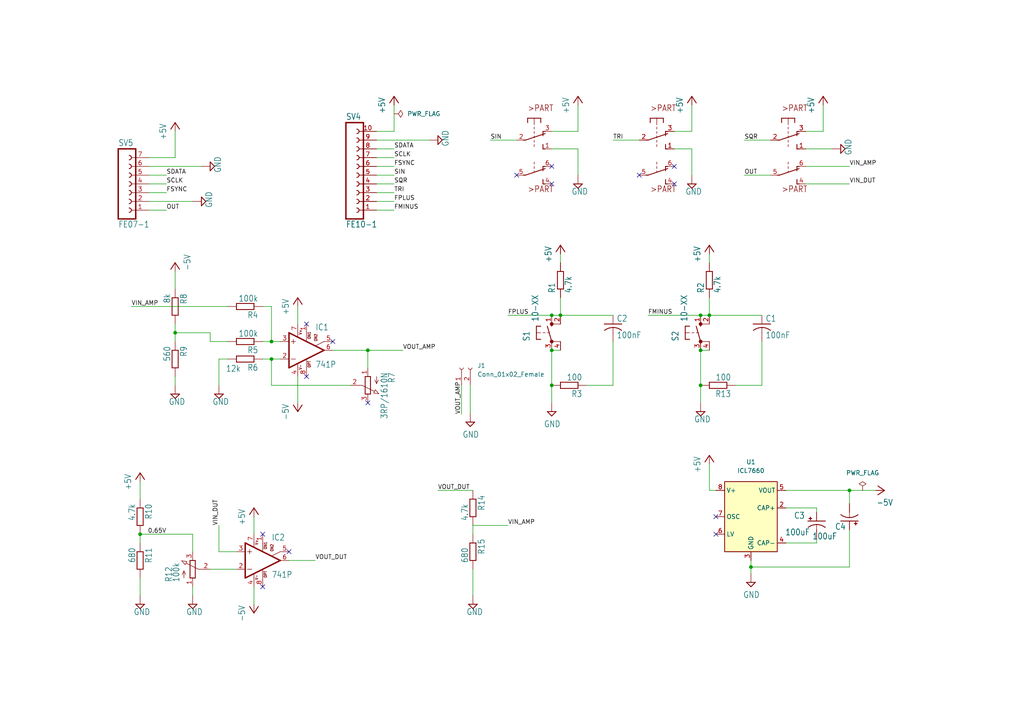
<source format=kicad_sch>
(kicad_sch (version 20211123) (generator eeschema)
  (paper "A4")
  (lib_symbols
    (symbol "Connector:Conn_01x02_Female" (pin_names (offset 1.016) hide)
      (property "Reference" "J" (at 0 2.54 0))
      (property "Value" "Conn_01x02_Female" (at 0 -5.08 0))
      (symbol "Conn_01x02_Female_1_1"
        (arc (start 0 -2.032) (mid -0.508 -2.54) (end 0 -3.048) (stroke (width 0.1524)))
        (polyline (pts (xy -1.27 -2.54) (xy -0.508 -2.54)) (stroke (width 0.1524)))
        (polyline (pts (xy -1.27 0) (xy -0.508 0)) (stroke (width 0.1524)))
        (arc (start 0 0.508) (mid -0.508 0) (end 0 -0.508) (stroke (width 0.1524)))
        (pin passive line (at -5.08 0 0) (length 3.81) (name "Pin_1") (number "1"))
        (pin passive line (at -5.08 -2.54 0) (length 3.81) (name "Pin_2") (number "2"))
      )
    )
    (symbol "FunctionGenerator-eagle-import:+5V" (power)
      (property "Value" "+5V" (at -2.54 -5.08 90))
      (symbol "+5V_1_0"
        (polyline (pts (xy 0 0) (xy -1.27 -1.905)) (stroke (width 0.254)))
        (polyline (pts (xy 1.27 -1.905) (xy 0 0)) (stroke (width 0.254)))
        (pin power_in line (at 0 -2.54 90) (length 2.54) (name "+5V") (number "1"))
      )
    )
    (symbol "FunctionGenerator-eagle-import:-5V" (power)
      (property "Value" "-5V" (at -2.54 -2.54 90))
      (symbol "-5V_1_0"
        (polyline (pts (xy -1.27 1.905) (xy 0 0)) (stroke (width 0.254)))
        (polyline (pts (xy 0 0) (xy 1.27 1.905)) (stroke (width 0.254)))
        (pin power_in line (at 0 2.54 270) (length 2.54) (name "-5V") (number "1"))
      )
    )
    (symbol "FunctionGenerator-eagle-import:10-XX"
      (property "Reference" "S" (at -6.35 -2.54 90))
      (property "Value" "10-XX" (at -3.81 3.175 90))
      (symbol "10-XX_1_0"
        (circle (center 0 -2.54) (radius 0.127) (stroke (width 0.4064)))
        (polyline (pts (xy -4.445 -1.905) (xy -3.175 -1.905)) (stroke (width 0.254)))
        (polyline (pts (xy -4.445 0) (xy -4.445 -1.905)) (stroke (width 0.254)))
        (polyline (pts (xy -4.445 0) (xy -3.175 0)) (stroke (width 0.1524)))
        (polyline (pts (xy -4.445 1.905) (xy -4.445 0)) (stroke (width 0.254)))
        (polyline (pts (xy -4.445 1.905) (xy -3.175 1.905)) (stroke (width 0.254)))
        (polyline (pts (xy -2.54 0) (xy -1.905 0)) (stroke (width 0.1524)))
        (polyline (pts (xy -1.27 0) (xy -0.635 0)) (stroke (width 0.1524)))
        (polyline (pts (xy 0 -2.54) (xy -1.27 1.905)) (stroke (width 0.254)))
        (polyline (pts (xy 0 1.905) (xy 0 2.54)) (stroke (width 0.254)))
        (polyline (pts (xy 2.54 -2.54) (xy 0 -2.54)) (stroke (width 0.1524)))
        (polyline (pts (xy 2.54 2.54) (xy 0 2.54)) (stroke (width 0.1524)))
        (circle (center 0 2.54) (radius 0.127) (stroke (width 0.4064)))
        (pin passive line (at 0 5.08 270) (length 2.54) (name "S") (number "1"))
        (pin passive line (at 2.54 5.08 270) (length 2.54) (name "S1") (number "2"))
        (pin passive line (at 0 -5.08 90) (length 2.54) (name "P") (number "3"))
        (pin passive line (at 2.54 -5.08 90) (length 2.54) (name "P1") (number "4"))
      )
    )
    (symbol "FunctionGenerator-eagle-import:3RP{slash}1610N"
      (property "Reference" "R" (at -5.969 -3.81 90))
      (property "Value" "3RP{slash}1610N" (at -3.81 -3.81 90))
      (symbol "3RP{slash}1610N_1_0"
        (polyline (pts (xy -3.1989 2.4495) (xy -1.7018 2.2352)) (stroke (width 0.1524)))
        (polyline (pts (xy -2.54 -2.54) (xy -2.54 -0.508)) (stroke (width 0.1524)))
        (polyline (pts (xy -2.54 -0.508) (xy -3.048 -1.524)) (stroke (width 0.1524)))
        (polyline (pts (xy -2.54 -0.508) (xy -2.032 -1.524)) (stroke (width 0.1524)))
        (polyline (pts (xy -2.1597 1.2939) (xy -3.1989 2.4495)) (stroke (width 0.1524)))
        (polyline (pts (xy -2.1597 1.2939) (xy -1.7018 2.2352)) (stroke (width 0.1524)))
        (polyline (pts (xy -0.762 -2.54) (xy 0.762 -2.54)) (stroke (width 0.254)))
        (polyline (pts (xy -0.762 2.54) (xy -0.762 -2.54)) (stroke (width 0.254)))
        (polyline (pts (xy 0.762 -2.54) (xy 0.762 2.54)) (stroke (width 0.254)))
        (polyline (pts (xy 0.762 2.54) (xy -0.762 2.54)) (stroke (width 0.254)))
        (polyline (pts (xy 1.651 0) (xy -1.8796 1.7526)) (stroke (width 0.1524)))
        (polyline (pts (xy 2.54 0) (xy 1.651 0)) (stroke (width 0.1524)))
        (pin passive line (at 0 -5.08 90) (length 2.54) (name "A") (number "1"))
        (pin passive line (at 5.08 0 180) (length 2.54) (name "S") (number "2"))
        (pin passive line (at 0 5.08 270) (length 2.54) (name "E") (number "3"))
      )
    )
    (symbol "FunctionGenerator-eagle-import:741P"
      (property "Reference" "IC" (at 2.54 5.715 0))
      (property "Value" "741P" (at 2.54 -5.08 0))
      (symbol "741P_1_0"
        (polyline (pts (xy -5.08 -5.08) (xy 5.08 0)) (stroke (width 0.4064)))
        (polyline (pts (xy -5.08 5.08) (xy -5.08 -5.08)) (stroke (width 0.4064)))
        (polyline (pts (xy -4.445 -2.54) (xy -3.175 -2.54)) (stroke (width 0.1524)))
        (polyline (pts (xy -4.445 2.54) (xy -3.175 2.54)) (stroke (width 0.1524)))
        (polyline (pts (xy -3.81 3.175) (xy -3.81 1.905)) (stroke (width 0.1524)))
        (polyline (pts (xy -2.54 -3.9116) (xy -2.54 -5.08)) (stroke (width 0.1524)))
        (polyline (pts (xy -2.54 5.08) (xy -2.54 3.8862)) (stroke (width 0.1524)))
        (polyline (pts (xy 0 -2.6162) (xy 0 -5.08)) (stroke (width 0.1524)))
        (polyline (pts (xy 0 5.0546) (xy 0 2.6162)) (stroke (width 0.1524)))
        (polyline (pts (xy 5.08 0) (xy -5.08 5.08)) (stroke (width 0.4064)))
        (polyline (pts (xy 5.08 2.54) (xy 2.6162 1.3208)) (stroke (width 0.1524)))
        (text "ON1" (at 1.27 3.175 900) (effects (font (size 0.8128 0.6908)) (justify left bottom)))
        (text "ON2" (at 3.175 2.54 900) (effects (font (size 0.8128 0.6908)) (justify left bottom)))
        (text "OPT" (at 1.27 -5.08 900) (effects (font (size 0.8128 0.6908)) (justify left bottom)))
        (text "V+" (at -1.27 4.445 900) (effects (font (size 0.8128 0.6908)) (justify left bottom)))
        (text "V-" (at -1.27 -5.715 900) (effects (font (size 0.8128 0.6908)) (justify left bottom)))
        (pin passive line (at 0 7.62 270) (length 2.54) (name "ON1") (number "1"))
        (pin input line (at -7.62 -2.54 0) (length 2.54) (name "-IN") (number "2"))
        (pin input line (at -7.62 2.54 0) (length 2.54) (name "+IN") (number "3"))
        (pin power_in line (at -2.54 -7.62 90) (length 2.54) (name "V-") (number "4"))
        (pin passive line (at 7.62 2.54 180) (length 2.54) (name "ON2") (number "5"))
        (pin output line (at 7.62 0 180) (length 2.54) (name "OUT") (number "6"))
        (pin power_in line (at -2.54 7.62 270) (length 2.54) (name "V+") (number "7"))
        (pin passive line (at 0 -7.62 90) (length 2.54) (name "OPT") (number "8"))
      )
    )
    (symbol "FunctionGenerator-eagle-import:C-US025-025X050"
      (property "Reference" "C" (at 1.016 0.635 0))
      (property "Value" "C-US025-025X050" (at 1.016 -4.191 0))
      (symbol "C-US025-025X050_1_0"
        (arc (start 0 -1.0161) (mid -1.302 -1.2303) (end -2.4668 -1.8504) (stroke (width 0.254)))
        (polyline (pts (xy -2.54 0) (xy 2.54 0)) (stroke (width 0.254)))
        (polyline (pts (xy 0 -1.016) (xy 0 -2.54)) (stroke (width 0.1524)))
        (arc (start 2.4892 -1.8542) (mid 1.3158 -1.2195) (end 0 -1) (stroke (width 0.254)))
        (pin passive line (at 0 2.54 270) (length 2.54) (name "1") (number "1"))
        (pin passive line (at 0 -5.08 90) (length 2.54) (name "2") (number "2"))
      )
    )
    (symbol "FunctionGenerator-eagle-import:CPOL-USE2.5-6"
      (property "Reference" "C" (at 1.016 0.635 0))
      (property "Value" "CPOL-USE2.5-6" (at 1.016 -4.191 0))
      (symbol "CPOL-USE2.5-6_1_0"
        (rectangle (start -2.253 0.668) (end -1.364 0.795) (fill (type outline)))
        (rectangle (start -1.872 0.287) (end -1.745 1.176) (fill (type outline)))
        (arc (start 0 -1.0161) (mid -1.3021 -1.2302) (end -2.4669 -1.8504) (stroke (width 0.254)))
        (polyline (pts (xy -2.54 0) (xy 2.54 0)) (stroke (width 0.254)))
        (polyline (pts (xy 0 -1.016) (xy 0 -2.54)) (stroke (width 0.1524)))
        (arc (start 2.4892 -1.8542) (mid 1.3158 -1.2195) (end 0 -1) (stroke (width 0.254)))
        (pin passive line (at 0 2.54 270) (length 2.54) (name "+") (number "+"))
        (pin passive line (at 0 -5.08 90) (length 2.54) (name "-") (number "-"))
      )
    )
    (symbol "FunctionGenerator-eagle-import:FE07-1"
      (property "Reference" "SV" (at -1.27 10.922 0))
      (property "Value" "FE07-1" (at -1.27 -12.7 0))
      (symbol "FE07-1_1_0"
        (polyline (pts (xy -1.27 10.16) (xy -1.27 -10.16)) (stroke (width 0.4064)))
        (polyline (pts (xy -1.27 10.16) (xy 3.81 10.16)) (stroke (width 0.4064)))
        (polyline (pts (xy 3.81 -10.16) (xy -1.27 -10.16)) (stroke (width 0.4064)))
        (polyline (pts (xy 3.81 -10.16) (xy 3.81 10.16)) (stroke (width 0.4064)))
        (arc (start 1.905 -8.255) (mid 2.54 -7.62) (end 1.905 -6.985) (stroke (width 0.254)))
        (arc (start 1.905 -5.715) (mid 2.54 -5.08) (end 1.905 -4.445) (stroke (width 0.254)))
        (arc (start 1.905 -3.175) (mid 2.54 -2.54) (end 1.905 -1.905) (stroke (width 0.254)))
        (arc (start 1.905 -0.635) (mid 2.54 0) (end 1.905 0.635) (stroke (width 0.254)))
        (arc (start 1.905 1.905) (mid 2.54 2.54) (end 1.905 3.175) (stroke (width 0.254)))
        (arc (start 1.905 4.445) (mid 2.54 5.08) (end 1.905 5.715) (stroke (width 0.254)))
        (arc (start 1.905 6.985) (mid 2.54 7.62) (end 1.905 8.255) (stroke (width 0.254)))
        (pin passive line (at 7.62 -7.62 180) (length 5.08) (name "1") (number "1"))
        (pin passive line (at 7.62 -5.08 180) (length 5.08) (name "2") (number "2"))
        (pin passive line (at 7.62 -2.54 180) (length 5.08) (name "3") (number "3"))
        (pin passive line (at 7.62 0 180) (length 5.08) (name "4") (number "4"))
        (pin passive line (at 7.62 2.54 180) (length 5.08) (name "5") (number "5"))
        (pin passive line (at 7.62 5.08 180) (length 5.08) (name "6") (number "6"))
        (pin passive line (at 7.62 7.62 180) (length 5.08) (name "7") (number "7"))
      )
    )
    (symbol "FunctionGenerator-eagle-import:FE10-1"
      (property "Reference" "SV" (at -1.27 16.002 0))
      (property "Value" "FE10-1" (at -1.27 -15.24 0))
      (symbol "FE10-1_1_0"
        (polyline (pts (xy -1.27 15.24) (xy -1.27 -12.7)) (stroke (width 0.4064)))
        (polyline (pts (xy -1.27 15.24) (xy 3.81 15.24)) (stroke (width 0.4064)))
        (polyline (pts (xy 3.81 -12.7) (xy -1.27 -12.7)) (stroke (width 0.4064)))
        (polyline (pts (xy 3.81 -12.7) (xy 3.81 15.24)) (stroke (width 0.4064)))
        (arc (start 1.905 -10.795) (mid 2.54 -10.16) (end 1.905 -9.525) (stroke (width 0.254)))
        (arc (start 1.905 -8.255) (mid 2.54 -7.62) (end 1.905 -6.985) (stroke (width 0.254)))
        (arc (start 1.905 -5.715) (mid 2.54 -5.08) (end 1.905 -4.445) (stroke (width 0.254)))
        (arc (start 1.905 -3.175) (mid 2.54 -2.54) (end 1.905 -1.905) (stroke (width 0.254)))
        (arc (start 1.905 -0.635) (mid 2.54 0) (end 1.905 0.635) (stroke (width 0.254)))
        (arc (start 1.905 1.905) (mid 2.54 2.54) (end 1.905 3.175) (stroke (width 0.254)))
        (arc (start 1.905 4.445) (mid 2.54 5.08) (end 1.905 5.715) (stroke (width 0.254)))
        (arc (start 1.905 6.985) (mid 2.54 7.62) (end 1.905 8.255) (stroke (width 0.254)))
        (arc (start 1.905 9.525) (mid 2.54 10.16) (end 1.905 10.795) (stroke (width 0.254)))
        (arc (start 1.905 12.065) (mid 2.54 12.7) (end 1.905 13.335) (stroke (width 0.254)))
        (pin passive line (at 7.62 -10.16 180) (length 5.08) (name "1") (number "1"))
        (pin passive line (at 7.62 12.7 180) (length 5.08) (name "10") (number "10"))
        (pin passive line (at 7.62 -7.62 180) (length 5.08) (name "2") (number "2"))
        (pin passive line (at 7.62 -5.08 180) (length 5.08) (name "3") (number "3"))
        (pin passive line (at 7.62 -2.54 180) (length 5.08) (name "4") (number "4"))
        (pin passive line (at 7.62 0 180) (length 5.08) (name "5") (number "5"))
        (pin passive line (at 7.62 2.54 180) (length 5.08) (name "6") (number "6"))
        (pin passive line (at 7.62 5.08 180) (length 5.08) (name "7") (number "7"))
        (pin passive line (at 7.62 7.62 180) (length 5.08) (name "8") (number "8"))
        (pin passive line (at 7.62 10.16 180) (length 5.08) (name "9") (number "9"))
      )
    )
    (symbol "FunctionGenerator-eagle-import:GND" (power)
      (property "Value" "GND" (at -1.905 -3.175 0))
      (symbol "GND_1_0"
        (polyline (pts (xy -1.27 0) (xy 1.27 0)) (stroke (width 0.254)))
        (polyline (pts (xy 0 -1.27) (xy -1.27 0)) (stroke (width 0.254)))
        (polyline (pts (xy 1.27 0) (xy 0 -1.27)) (stroke (width 0.254)))
        (pin power_in line (at 0 2.54 270) (length 2.54) (name "GND") (number "1"))
      )
    )
    (symbol "FunctionGenerator-eagle-import:PVA2"
      (symbol "PVA2_1_0"
        (polyline (pts (xy -6.35 -1.905) (xy -5.08 -1.905)) (stroke (width 0.254)))
        (polyline (pts (xy -6.35 0) (xy -6.35 -1.905)) (stroke (width 0.254)))
        (polyline (pts (xy -6.35 0) (xy -4.445 0)) (stroke (width 0.1524)))
        (polyline (pts (xy -6.35 1.905) (xy -6.35 0)) (stroke (width 0.254)))
        (polyline (pts (xy -6.35 1.905) (xy -5.08 1.905)) (stroke (width 0.254)))
        (polyline (pts (xy -3.175 0) (xy -3.81 0)) (stroke (width 0.1524)))
        (polyline (pts (xy -2.54 2.54) (xy -2.54 3.175)) (stroke (width 0.254)))
        (polyline (pts (xy -2.54 2.54) (xy -1.27 2.54)) (stroke (width 0.254)))
        (polyline (pts (xy -1.905 0) (xy -2.54 0)) (stroke (width 0.1524)))
        (polyline (pts (xy -0.635 0) (xy -1.27 0)) (stroke (width 0.1524)))
        (polyline (pts (xy 0 -3.175) (xy 0 -2.54)) (stroke (width 0.254)))
        (polyline (pts (xy 0 -2.54) (xy -1.905 3.175)) (stroke (width 0.254)))
        (polyline (pts (xy 0.635 0) (xy 0 0)) (stroke (width 0.1524)))
        (polyline (pts (xy 1.27 2.54) (xy 2.54 2.54)) (stroke (width 0.254)))
        (polyline (pts (xy 1.905 0) (xy 1.27 0)) (stroke (width 0.1524)))
        (polyline (pts (xy 2.54 2.54) (xy 2.54 3.175)) (stroke (width 0.254)))
        (text ">PART" (at -8.255 -1.905 900) (effects (font (size 1.778 1.5113)) (justify left bottom)))
        (pin passive line (at 2.54 5.08 270) (length 2.54) (name "S") (number "1"))
        (pin passive line (at 0 -5.08 90) (length 2.54) (name "P") (number "2"))
        (pin passive line (at -2.54 5.08 270) (length 2.54) (name "O") (number "3"))
      )
      (symbol "PVA2_2_0"
        (polyline (pts (xy -3.175 0) (xy -3.81 0)) (stroke (width 0.1524)))
        (polyline (pts (xy -2.54 2.54) (xy -2.54 3.175)) (stroke (width 0.254)))
        (polyline (pts (xy -2.54 2.54) (xy -1.27 2.54)) (stroke (width 0.254)))
        (polyline (pts (xy -1.905 0) (xy -2.54 0)) (stroke (width 0.1524)))
        (polyline (pts (xy -0.889 0) (xy -1.27 0)) (stroke (width 0.1524)))
        (polyline (pts (xy 0 -3.175) (xy 0 -2.54)) (stroke (width 0.254)))
        (polyline (pts (xy 0 -2.54) (xy -1.905 3.175)) (stroke (width 0.254)))
        (polyline (pts (xy 1.27 2.54) (xy 2.54 2.54)) (stroke (width 0.254)))
        (polyline (pts (xy 2.54 2.54) (xy 2.54 3.175)) (stroke (width 0.254)))
        (text ">PART" (at 5.08 -1.905 900) (effects (font (size 1.778 1.5113)) (justify left bottom)))
        (pin passive line (at 2.54 5.08 270) (length 2.54) (name "S") (number "4"))
        (pin passive line (at 0 -5.08 90) (length 2.54) (name "P") (number "5"))
        (pin passive line (at -2.54 5.08 270) (length 2.54) (name "O") (number "6"))
      )
    )
    (symbol "FunctionGenerator-eagle-import:R-EU_0207{slash}10"
      (property "Reference" "R" (at -3.81 1.4986 0))
      (property "Value" "R-EU_0207{slash}10" (at -3.81 -3.302 0))
      (symbol "R-EU_0207{slash}10_1_0"
        (polyline (pts (xy -2.54 -0.889) (xy -2.54 0.889)) (stroke (width 0.254)))
        (polyline (pts (xy -2.54 -0.889) (xy 2.54 -0.889)) (stroke (width 0.254)))
        (polyline (pts (xy 2.54 -0.889) (xy 2.54 0.889)) (stroke (width 0.254)))
        (polyline (pts (xy 2.54 0.889) (xy -2.54 0.889)) (stroke (width 0.254)))
        (pin passive line (at -5.08 0 0) (length 2.54) (name "1") (number "1"))
        (pin passive line (at 5.08 0 180) (length 2.54) (name "2") (number "2"))
      )
    )
    (symbol "Regulator_SwitchedCapacitor:ICL7660"
      (property "Reference" "U" (at -6.35 11.43 0))
      (property "Value" "ICL7660" (at 3.81 11.43 0))
      (symbol "ICL7660_0_1"
        (rectangle (start -7.62 10.16) (end 7.62 -10.16) (stroke (width 0.254)) (fill (type background)))
      )
      (symbol "ICL7660_1_1"
        (pin no_connect line (at -7.62 5.08 0) (length 2.54) hide (name "NC") (number "1"))
        (pin input line (at 10.16 2.54 180) (length 2.54) (name "CAP+") (number "2"))
        (pin power_in line (at 0 -12.7 90) (length 2.54) (name "GND") (number "3"))
        (pin input line (at 10.16 -7.62 180) (length 2.54) (name "CAP-") (number "4"))
        (pin power_out line (at 10.16 7.62 180) (length 2.54) (name "VOUT") (number "5"))
        (pin input line (at -10.16 -5.08 0) (length 2.54) (name "LV") (number "6"))
        (pin input line (at -10.16 0 0) (length 2.54) (name "OSC") (number "7"))
        (pin power_in line (at -10.16 7.62 0) (length 2.54) (name "V+") (number "8"))
      )
    )
    (symbol "power:PWR_FLAG" (power) (pin_numbers hide) (pin_names (offset 0) hide)
      (property "Value" "PWR_FLAG" (at 0 3.81 0))
      (symbol "PWR_FLAG_0_0"
        (pin power_out line (at 0 0 90) (length 0) (name "pwr") (number "1"))
      )
      (symbol "PWR_FLAG_0_1"
        (polyline (pts (xy 0 0) (xy 0 1.27) (xy -1.016 1.905) (xy 0 2.54) (xy 1.016 1.905) (xy 0 1.27)))
      )
    )
  )
  (junction (at 203.2 91.44))
  (junction (at 162.56 91.44))
  (junction (at 160.02 111.76))
  (junction (at 106.68 101.6))
  (junction (at 205.74 91.44))
  (junction (at 160.02 91.44))
  (junction (at 40.64 154.94))
  (junction (at 203.2 111.76))
  (junction (at 50.8 96.52))
  (junction (at 78.74 99.06))
  (junction (at 203.2 101.6))
  (junction (at 217.805 164.465))
  (junction (at 78.74 104.14))
  (junction (at 246.38 142.24))
  (junction (at 160.02 101.6))
  (no_connect (at 160.02 48.26))
  (no_connect (at 160.02 53.34))
  (no_connect (at 149.86 50.8))
  (no_connect (at 185.42 50.8))
  (no_connect (at 195.58 48.26))
  (no_connect (at 195.58 53.34))
  (no_connect (at 88.9 109.22))
  (no_connect (at 96.52 99.06))
  (no_connect (at 88.9 93.98))
  (no_connect (at 106.68 116.84))
  (no_connect (at 76.2 154.94))
  (no_connect (at 76.2 170.18))
  (no_connect (at 83.82 160.02))
  (no_connect (at 207.645 154.94))
  (no_connect (at 207.645 149.86))
  (wire (pts (xy 246.38 153.67) (xy 246.38 164.465)))
  (wire (pts (xy 40.64 167.64) (xy 40.64 172.72)))
  (wire (pts (xy 40.64 139.7) (xy 40.64 144.78)))
  (wire (pts (xy 63.5 111.76) (xy 63.5 104.14)))
  (wire (pts (xy 50.8 93.98) (xy 50.8 96.52)))
  (wire (pts (xy 60.96 165.1) (xy 68.58 165.1)))
  (wire (pts (xy 78.74 111.76) (xy 78.74 104.14)))
  (wire (pts (xy 177.8 40.64) (xy 185.42 40.64)))
  (wire (pts (xy 109.22 58.42) (xy 114.3 58.42)))
  (wire (pts (xy 160.02 38.1) (xy 167.64 38.1)))
  (wire (pts (xy 220.98 111.76) (xy 220.98 99.06)))
  (wire (pts (xy 78.74 99.06) (xy 81.28 99.06)))
  (wire (pts (xy 203.2 116.84) (xy 203.2 111.76)))
  (wire (pts (xy 223.52 40.64) (xy 215.9 40.64)))
  (wire (pts (xy 43.18 55.88) (xy 48.26 55.88)))
  (wire (pts (xy 114.3 30.48) (xy 114.3 38.1)))
  (wire (pts (xy 205.74 142.24) (xy 207.645 142.24)))
  (wire (pts (xy 66.04 99.06) (xy 60.96 99.06)))
  (wire (pts (xy 233.68 38.1) (xy 238.76 38.1)))
  (wire (pts (xy 205.74 73.66) (xy 205.74 76.2)))
  (wire (pts (xy 109.22 48.26) (xy 114.3 48.26)))
  (wire (pts (xy 96.52 101.6) (xy 106.68 101.6)))
  (wire (pts (xy 162.56 91.44) (xy 177.8 91.44)))
  (wire (pts (xy 109.22 50.8) (xy 114.3 50.8)))
  (wire (pts (xy 200.66 43.18) (xy 200.66 50.8)))
  (wire (pts (xy 160.02 91.44) (xy 162.56 91.44)))
  (wire (pts (xy 246.38 146.05) (xy 246.38 142.24)))
  (wire (pts (xy 73.66 149.86) (xy 73.66 154.94)))
  (wire (pts (xy 203.2 101.6) (xy 205.74 101.6)))
  (wire (pts (xy 43.18 60.96) (xy 48.26 60.96)))
  (wire (pts (xy 203.2 101.6) (xy 203.2 111.76)))
  (wire (pts (xy 109.22 40.64) (xy 124.46 40.64)))
  (wire (pts (xy 73.66 170.18) (xy 73.66 175.26)))
  (wire (pts (xy 109.22 53.34) (xy 114.3 53.34)))
  (wire (pts (xy 86.36 109.22) (xy 86.36 116.84)))
  (wire (pts (xy 137.16 152.4) (xy 147.32 152.4)))
  (wire (pts (xy 167.64 30.48) (xy 167.64 38.1)))
  (wire (pts (xy 114.3 38.1) (xy 109.22 38.1)))
  (wire (pts (xy 160.02 116.84) (xy 160.02 111.76)))
  (wire (pts (xy 60.96 96.52) (xy 50.8 96.52)))
  (wire (pts (xy 55.88 170.18) (xy 55.88 172.72)))
  (wire (pts (xy 50.8 109.22) (xy 50.8 111.76)))
  (wire (pts (xy 76.2 88.9) (xy 78.74 88.9)))
  (wire (pts (xy 83.82 162.56) (xy 91.44 162.56)))
  (wire (pts (xy 236.855 147.32) (xy 236.855 148.59)))
  (wire (pts (xy 205.74 134.62) (xy 205.74 142.24)))
  (wire (pts (xy 50.8 38.1) (xy 50.8 45.72)))
  (wire (pts (xy 160.02 91.44) (xy 147.32 91.44)))
  (wire (pts (xy 213.36 111.76) (xy 220.98 111.76)))
  (wire (pts (xy 106.68 101.6) (xy 106.68 106.68)))
  (wire (pts (xy 43.18 48.26) (xy 58.42 48.26)))
  (wire (pts (xy 217.805 164.465) (xy 217.805 162.56)))
  (wire (pts (xy 137.16 154.94) (xy 137.16 152.4)))
  (wire (pts (xy 137.16 142.24) (xy 127 142.24)))
  (wire (pts (xy 78.74 88.9) (xy 78.74 99.06)))
  (wire (pts (xy 177.8 99.06) (xy 177.8 111.76)))
  (wire (pts (xy 177.8 111.76) (xy 170.18 111.76)))
  (wire (pts (xy 220.98 91.44) (xy 205.74 91.44)))
  (wire (pts (xy 238.76 38.1) (xy 238.76 30.48)))
  (wire (pts (xy 40.64 154.94) (xy 40.64 157.48)))
  (wire (pts (xy 76.2 104.14) (xy 78.74 104.14)))
  (wire (pts (xy 162.56 86.36) (xy 162.56 91.44)))
  (wire (pts (xy 149.86 40.64) (xy 142.24 40.64)))
  (wire (pts (xy 63.5 160.02) (xy 63.5 152.4)))
  (wire (pts (xy 227.965 147.32) (xy 236.855 147.32)))
  (wire (pts (xy 55.88 154.94) (xy 40.64 154.94)))
  (wire (pts (xy 78.74 104.14) (xy 81.28 104.14)))
  (wire (pts (xy 162.56 73.66) (xy 162.56 76.2)))
  (wire (pts (xy 233.68 48.26) (xy 246.38 48.26)))
  (wire (pts (xy 43.18 50.8) (xy 48.26 50.8)))
  (wire (pts (xy 66.04 88.9) (xy 38.1 88.9)))
  (wire (pts (xy 137.16 165.1) (xy 137.16 172.72)))
  (wire (pts (xy 205.74 86.36) (xy 205.74 91.44)))
  (wire (pts (xy 109.22 60.96) (xy 114.3 60.96)))
  (wire (pts (xy 63.5 104.14) (xy 66.04 104.14)))
  (wire (pts (xy 254 142.24) (xy 246.38 142.24)))
  (wire (pts (xy 50.8 96.52) (xy 50.8 99.06)))
  (wire (pts (xy 223.52 50.8) (xy 215.9 50.8)))
  (wire (pts (xy 200.66 38.1) (xy 200.66 30.48)))
  (wire (pts (xy 50.8 45.72) (xy 43.18 45.72)))
  (wire (pts (xy 60.96 99.06) (xy 60.96 96.52)))
  (wire (pts (xy 109.22 45.72) (xy 114.3 45.72)))
  (wire (pts (xy 195.58 43.18) (xy 200.66 43.18)))
  (wire (pts (xy 86.36 88.9) (xy 86.36 93.98)))
  (wire (pts (xy 68.58 160.02) (xy 63.5 160.02)))
  (wire (pts (xy 136.398 111.76) (xy 136.398 119.888)))
  (wire (pts (xy 167.64 43.18) (xy 167.64 50.8)))
  (wire (pts (xy 236.855 157.48) (xy 227.965 157.48)))
  (wire (pts (xy 109.22 43.18) (xy 114.3 43.18)))
  (wire (pts (xy 50.8 78.74) (xy 50.8 83.82)))
  (wire (pts (xy 160.02 111.76) (xy 160.02 101.6)))
  (wire (pts (xy 236.855 156.21) (xy 236.855 157.48)))
  (wire (pts (xy 43.18 53.34) (xy 48.26 53.34)))
  (wire (pts (xy 195.58 38.1) (xy 200.66 38.1)))
  (wire (pts (xy 101.6 111.76) (xy 78.74 111.76)))
  (wire (pts (xy 43.18 58.42) (xy 55.88 58.42)))
  (wire (pts (xy 217.805 166.37) (xy 217.805 164.465)))
  (wire (pts (xy 203.2 91.44) (xy 205.74 91.44)))
  (wire (pts (xy 109.22 55.88) (xy 114.3 55.88)))
  (wire (pts (xy 160.02 101.6) (xy 162.56 101.6)))
  (wire (pts (xy 246.38 164.465) (xy 217.805 164.465)))
  (wire (pts (xy 78.74 99.06) (xy 76.2 99.06)))
  (wire (pts (xy 106.68 101.6) (xy 116.84 101.6)))
  (wire (pts (xy 160.02 43.18) (xy 167.64 43.18)))
  (wire (pts (xy 233.68 53.34) (xy 246.38 53.34)))
  (wire (pts (xy 246.38 142.24) (xy 227.965 142.24)))
  (wire (pts (xy 55.88 160.02) (xy 55.88 154.94)))
  (wire (pts (xy 133.858 111.76) (xy 133.858 120.142)))
  (wire (pts (xy 233.68 43.18) (xy 241.3 43.18)))
  (wire (pts (xy 203.2 91.44) (xy 187.96 91.44)))
  (label "SQR" (at 114.3 53.34 0) (effects (font (size 1.2446 1.2446))))
  (label "FMINUS" (at 187.96 91.44 0) (effects (font (size 1.2446 1.2446))))
  (label "FMINUS" (at 114.3 60.96 0) (effects (font (size 1.2446 1.2446))))
  (label "VOUT_AMP" (at 133.858 120.142 90) (effects (font (size 1.2446 1.2446))))
  (label "SIN" (at 142.24 40.64 0) (effects (font (size 1.2446 1.2446))))
  (label "VIN_AMP" (at 147.32 152.4 0) (effects (font (size 1.2446 1.2446))))
  (label "VIN_AMP" (at 38.1 88.9 0) (effects (font (size 1.2446 1.2446))))
  (label "VOUT_DUT" (at 91.44 162.56 0) (effects (font (size 1.2446 1.2446))))
  (label "SDATA" (at 114.3 43.18 0) (effects (font (size 1.2446 1.2446))))
  (label "VIN_AMP" (at 246.38 48.26 0) (effects (font (size 1.2446 1.2446))))
  (label "VIN_DUT" (at 63.5 152.4 90) (effects (font (size 1.2446 1.2446))))
  (label "TRI" (at 177.8 40.64 0) (effects (font (size 1.2446 1.2446))))
  (label "OUT" (at 48.26 60.96 0) (effects (font (size 1.2446 1.2446))))
  (label "TRI" (at 114.3 55.88 0) (effects (font (size 1.2446 1.2446))))
  (label "FPLUS" (at 147.32 91.44 0) (effects (font (size 1.2446 1.2446))))
  (label "FSYNC" (at 114.3 48.26 0) (effects (font (size 1.2446 1.2446))))
  (label "SCLK" (at 114.3 45.72 0) (effects (font (size 1.2446 1.2446))))
  (label "VOUT_AMP" (at 116.84 101.6 0) (effects (font (size 1.2446 1.2446))))
  (label "VOUT_DUT" (at 127 142.24 0) (effects (font (size 1.2446 1.2446))))
  (label "SCLK" (at 48.26 53.34 0) (effects (font (size 1.2446 1.2446))))
  (label "FPLUS" (at 114.3 58.42 0) (effects (font (size 1.2446 1.2446))))
  (label "SDATA" (at 48.26 50.8 0) (effects (font (size 1.2446 1.2446))))
  (label "0.65V" (at 48.26 154.94 180) (effects (font (size 1.2446 1.2446))))
  (label "SQR" (at 215.9 40.64 0) (effects (font (size 1.2446 1.2446))))
  (label "VIN_DUT" (at 246.38 53.34 0) (effects (font (size 1.2446 1.2446))))
  (label "OUT" (at 215.9 50.8 0) (effects (font (size 1.2446 1.2446))))
  (label "FSYNC" (at 48.26 55.88 0) (effects (font (size 1.2446 1.2446))))
  (label "SIN" (at 114.3 50.8 0) (effects (font (size 1.2446 1.2446))))
  (symbol (lib_id "FunctionGenerator-eagle-import:R-EU_0207{slash}10") (at 50.8 88.9 270) (unit 1)
    (property "Reference" "R8" (at 52.2986 85.09 0) (effects (font (size 1.778 1.5113)) (justify left bottom)))
    (property "Value" "8k" (at 47.498 85.09 0) (effects (font (size 1.778 1.5113)) (justify left bottom)))
    (property "Footprint" "Resistor_THT:R_Axial_DIN0204_L3.6mm_D1.6mm_P7.62mm_Horizontal" (effects hide))
  )
  (symbol (lib_id "FunctionGenerator-eagle-import:R-EU_0207{slash}10") (at 205.74 81.28 90) (unit 1)
    (property "Reference" "R2" (at 204.2414 85.09 0) (effects (font (size 1.778 1.5113)) (justify left bottom)))
    (property "Value" "4.7k" (at 209.042 85.09 0) (effects (font (size 1.778 1.5113)) (justify left bottom)))
    (property "Footprint" "Resistor_THT:R_Axial_DIN0204_L3.6mm_D1.6mm_P7.62mm_Horizontal" (effects hide))
  )
  (symbol (lib_id "FunctionGenerator-eagle-import:GND") (at 136.398 122.428 0) (unit 1)
    (property "Reference" "#SUPPLY0101" (effects hide))
    (property "Value" "GND" (at 134.112 127 0) (effects (font (size 1.778 1.5113)) (justify left bottom)))
  )
  (symbol (lib_id "FunctionGenerator-eagle-import:R-EU_0207{slash}10") (at 165.1 111.76 180) (unit 1)
    (property "Reference" "R3" (at 168.91 113.2586 0) (effects (font (size 1.778 1.5113)) (justify left bottom)))
    (property "Value" "100" (at 168.91 108.458 0) (effects (font (size 1.778 1.5113)) (justify left bottom)))
    (property "Footprint" "Resistor_THT:R_Axial_DIN0204_L3.6mm_D1.6mm_P7.62mm_Horizontal" (effects hide))
  )
  (symbol (lib_id "FunctionGenerator-eagle-import:-5V") (at 73.66 177.8 0) (unit 1)
    (property "Reference" "#P-03" (effects hide))
    (property "Value" "-5V" (at 71.12 180.34 90) (effects (font (size 1.778 1.5113)) (justify left bottom)))
  )
  (symbol (lib_id "power:PWR_FLAG") (at 114.3 33.02 270) (unit 1)
    (property "Reference" "#FLG0102" (effects hide))
    (property "Value" "PWR_FLAG" (at 118.11 33.0199 90) (effects (justify left)))
  )
  (symbol (lib_id "FunctionGenerator-eagle-import:R-EU_0207{slash}10") (at 40.64 162.56 270) (unit 1)
    (property "Reference" "R11" (at 42.1386 158.75 0) (effects (font (size 1.778 1.5113)) (justify left bottom)))
    (property "Value" "680" (at 37.338 158.75 0) (effects (font (size 1.778 1.5113)) (justify left bottom)))
    (property "Footprint" "Resistor_THT:R_Axial_DIN0204_L3.6mm_D1.6mm_P7.62mm_Horizontal" (effects hide))
  )
  (symbol (lib_id "FunctionGenerator-eagle-import:GND") (at 63.5 114.3 0) (unit 1)
    (property "Reference" "#SUPPLY09" (effects hide))
    (property "Value" "GND" (at 61.595 117.475 0) (effects (font (size 1.778 1.5113)) (justify left bottom)))
  )
  (symbol (lib_id "FunctionGenerator-eagle-import:741P") (at 88.9 101.6 0) (unit 1)
    (property "Reference" "IC1" (at 91.44 95.885 0) (effects (font (size 1.778 1.5113)) (justify left bottom)))
    (property "Value" "741P" (at 91.44 106.68 0) (effects (font (size 1.778 1.5113)) (justify left bottom)))
    (property "Footprint" "Package_DIP:DIP-8_W7.62mm_Socket" (effects hide))
  )
  (symbol (lib_id "FunctionGenerator-eagle-import:GND") (at 55.88 175.26 0) (unit 1)
    (property "Reference" "#SUPPLY012" (effects hide))
    (property "Value" "GND" (at 53.975 178.435 0) (effects (font (size 1.778 1.5113)) (justify left bottom)))
  )
  (symbol (lib_id "FunctionGenerator-eagle-import:3RP{slash}1610N") (at 55.88 165.1 0) (unit 1)
    (property "Reference" "R12" (at 49.911 168.91 90) (effects (font (size 1.778 1.5113)) (justify left bottom)))
    (property "Value" "100k" (at 52.07 168.91 90) (effects (font (size 1.778 1.5113)) (justify left bottom)))
    (property "Footprint" "Potentiometer_THT:Potentiometer_Alps_RK163_Dual_Horizontal" (effects hide))
  )
  (symbol (lib_id "Connector:Conn_01x02_Female") (at 133.858 106.68 90) (unit 1)
    (property "Reference" "J1" (at 138.43 106.0449 90) (effects (justify right)))
    (property "Value" "Conn_01x02_Female" (at 138.43 108.5849 90) (effects (justify right)))
    (property "Footprint" "Connector_PinSocket_2.54mm:PinSocket_1x02_P2.54mm_Vertical" (effects hide))
  )
  (symbol (lib_id "FunctionGenerator-eagle-import:R-EU_0207{slash}10") (at 137.16 147.32 270) (unit 1)
    (property "Reference" "R14" (at 138.6586 143.51 0) (effects (font (size 1.778 1.5113)) (justify left bottom)))
    (property "Value" "4.7k" (at 133.858 146.05 0) (effects (font (size 1.778 1.5113)) (justify left bottom)))
    (property "Footprint" "Resistor_THT:R_Axial_DIN0204_L3.6mm_D1.6mm_P7.62mm_Horizontal" (effects hide))
  )
  (symbol (lib_id "FunctionGenerator-eagle-import:R-EU_0207{slash}10") (at 71.12 104.14 180) (unit 1)
    (property "Reference" "R6" (at 74.93 105.6386 0) (effects (font (size 1.778 1.5113)) (justify left bottom)))
    (property "Value" "12k" (at 69.85 105.918 0) (effects (font (size 1.778 1.5113)) (justify left bottom)))
    (property "Footprint" "Resistor_THT:R_Axial_DIN0204_L3.6mm_D1.6mm_P7.62mm_Horizontal" (effects hide))
  )
  (symbol (lib_id "FunctionGenerator-eagle-import:-5V") (at 256.54 142.24 90) (unit 1)
    (property "Reference" "#P-04" (effects hide))
    (property "Value" "-5V" (at 259.08 144.78 90) (effects (font (size 1.778 1.5113)) (justify left bottom)))
  )
  (symbol (lib_id "FunctionGenerator-eagle-import:+5V") (at 114.3 27.94 0) (unit 1)
    (property "Reference" "#P+02" (effects hide))
    (property "Value" "+5V" (at 111.76 33.02 90) (effects (font (size 1.778 1.5113)) (justify left bottom)))
  )
  (symbol (lib_id "FunctionGenerator-eagle-import:C-US025-025X050") (at 177.8 93.98 0) (unit 1)
    (property "Reference" "C2" (at 178.816 93.345 0) (effects (font (size 1.778 1.5113)) (justify left bottom)))
    (property "Value" "100nF" (at 178.816 98.171 0) (effects (font (size 1.778 1.5113)) (justify left bottom)))
    (property "Footprint" "Capacitor_THT:C_Disc_D3.0mm_W1.6mm_P2.50mm" (effects hide))
  )
  (symbol (lib_id "FunctionGenerator-eagle-import:PVA2") (at 228.6 50.8 270) (unit 2)
    (property "Reference" "S5" (effects hide))
    (property "Value" "PVA2" (effects hide))
    (property "Footprint" "Button_Switch_THT:SW_CuK_JS202011CQN_DPDT_Straight" (effects hide))
  )
  (symbol (lib_id "FunctionGenerator-eagle-import:+5V") (at 167.64 27.94 0) (unit 1)
    (property "Reference" "#P+06" (effects hide))
    (property "Value" "+5V" (at 165.1 33.02 90) (effects (font (size 1.778 1.5113)) (justify left bottom)))
  )
  (symbol (lib_id "Regulator_SwitchedCapacitor:ICL7660") (at 217.805 149.86 0) (unit 1)
    (property "Reference" "U1" (at 217.805 133.985 0))
    (property "Value" "ICL7660" (at 217.805 136.525 0))
    (property "Footprint" "Package_DIP:DIP-8_W7.62mm_Socket" (effects hide))
    (property "Datasheet" "http://datasheets.maximintegrated.com/en/ds/ICL7660-MAX1044.pdf" (effects hide))
  )
  (symbol (lib_id "FunctionGenerator-eagle-import:+5V") (at 205.74 71.12 0) (unit 1)
    (property "Reference" "#P+04" (effects hide))
    (property "Value" "+5V" (at 203.2 76.2 90) (effects (font (size 1.778 1.5113)) (justify left bottom)))
  )
  (symbol (lib_id "FunctionGenerator-eagle-import:FE10-1") (at 101.6 50.8 0) (unit 1)
    (property "Reference" "SV4" (at 100.33 34.798 0) (effects (font (size 1.778 1.5113)) (justify left bottom)))
    (property "Value" "FE10-1" (at 100.33 66.04 0) (effects (font (size 1.778 1.5113)) (justify left bottom)))
    (property "Footprint" "Connector_PinSocket_2.54mm:PinSocket_1x10_P2.54mm_Vertical" (effects hide))
  )
  (symbol (lib_id "FunctionGenerator-eagle-import:+5V") (at 73.66 147.32 0) (unit 1)
    (property "Reference" "#P+08" (effects hide))
    (property "Value" "+5V" (at 71.12 152.4 90) (effects (font (size 1.778 1.5113)) (justify left bottom)))
  )
  (symbol (lib_id "FunctionGenerator-eagle-import:PVA2") (at 190.5 40.64 270) (unit 1)
    (property "Reference" "S4" (effects hide))
    (property "Value" "PVA2" (effects hide))
    (property "Footprint" "Button_Switch_THT:SW_CuK_JS202011CQN_DPDT_Straight" (effects hide))
  )
  (symbol (lib_id "FunctionGenerator-eagle-import:-5V") (at 86.36 119.38 0) (unit 1)
    (property "Reference" "#P-01" (effects hide))
    (property "Value" "-5V" (at 83.82 121.92 90) (effects (font (size 1.778 1.5113)) (justify left bottom)))
  )
  (symbol (lib_id "FunctionGenerator-eagle-import:GND") (at 58.42 58.42 90) (unit 1)
    (property "Reference" "#SUPPLY01" (effects hide))
    (property "Value" "GND" (at 61.595 60.325 0) (effects (font (size 1.778 1.5113)) (justify left bottom)))
  )
  (symbol (lib_id "FunctionGenerator-eagle-import:R-EU_0207{slash}10") (at 40.64 149.86 270) (unit 1)
    (property "Reference" "R10" (at 42.1386 146.05 0) (effects (font (size 1.778 1.5113)) (justify left bottom)))
    (property "Value" "4.7k" (at 37.338 146.05 0) (effects (font (size 1.778 1.5113)) (justify left bottom)))
    (property "Footprint" "Resistor_THT:R_Axial_DIN0204_L3.6mm_D1.6mm_P7.62mm_Horizontal" (effects hide))
  )
  (symbol (lib_id "FunctionGenerator-eagle-import:+5V") (at 40.64 137.16 0) (unit 1)
    (property "Reference" "#P+09" (effects hide))
    (property "Value" "+5V" (at 38.1 142.24 90) (effects (font (size 1.778 1.5113)) (justify left bottom)))
  )
  (symbol (lib_id "FunctionGenerator-eagle-import:10-XX") (at 203.2 96.52 0) (unit 1)
    (property "Reference" "S2" (at 196.85 99.06 90) (effects (font (size 1.778 1.5113)) (justify left bottom)))
    (property "Value" "10-XX" (at 199.39 93.345 90) (effects (font (size 1.778 1.5113)) (justify left bottom)))
    (property "Footprint" "Button_Switch_THT:SW_PUSH_6mm_H4.3mm" (effects hide))
  )
  (symbol (lib_id "FunctionGenerator-eagle-import:+5V") (at 162.56 71.12 0) (unit 1)
    (property "Reference" "#P+03" (effects hide))
    (property "Value" "+5V" (at 160.02 76.2 90) (effects (font (size 1.778 1.5113)) (justify left bottom)))
  )
  (symbol (lib_id "FunctionGenerator-eagle-import:CPOL-USE2.5-6") (at 236.855 151.13 0) (unit 1)
    (property "Reference" "C3" (at 230.251 150.495 0) (effects (font (size 1.778 1.5113)) (justify left bottom)))
    (property "Value" "100uF" (at 227.711 155.321 0) (effects (font (size 1.778 1.5113)) (justify left bottom)))
    (property "Footprint" "Capacitor_THT:CP_Radial_D4.0mm_P1.50mm" (effects hide))
  )
  (symbol (lib_id "FunctionGenerator-eagle-import:PVA2") (at 190.5 50.8 270) (unit 2)
    (property "Reference" "S4" (effects hide))
    (property "Value" "PVA2" (effects hide))
    (property "Footprint" "Button_Switch_THT:SW_CuK_JS202011CQN_DPDT_Straight" (effects hide))
  )
  (symbol (lib_id "FunctionGenerator-eagle-import:GND") (at 40.64 175.26 0) (unit 1)
    (property "Reference" "#SUPPLY011" (effects hide))
    (property "Value" "GND" (at 38.735 178.435 0) (effects (font (size 1.778 1.5113)) (justify left bottom)))
  )
  (symbol (lib_id "FunctionGenerator-eagle-import:GND") (at 160.02 119.38 0) (unit 1)
    (property "Reference" "#SUPPLY04" (effects hide))
    (property "Value" "GND" (at 157.734 123.952 0) (effects (font (size 1.778 1.5113)) (justify left bottom)))
  )
  (symbol (lib_id "FunctionGenerator-eagle-import:GND") (at 243.84 43.18 90) (unit 1)
    (property "Reference" "#SUPPLY010" (effects hide))
    (property "Value" "GND" (at 247.015 45.085 0) (effects (font (size 1.778 1.5113)) (justify left bottom)))
  )
  (symbol (lib_id "FunctionGenerator-eagle-import:GND") (at 203.2 119.38 0) (unit 1)
    (property "Reference" "#SUPPLY05" (effects hide))
    (property "Value" "GND" (at 201.295 122.555 0) (effects (font (size 1.778 1.5113)) (justify left bottom)))
  )
  (symbol (lib_id "FunctionGenerator-eagle-import:GND") (at 127 40.64 90) (unit 1)
    (property "Reference" "#SUPPLY03" (effects hide))
    (property "Value" "GND" (at 130.175 42.545 0) (effects (font (size 1.778 1.5113)) (justify left bottom)))
  )
  (symbol (lib_id "FunctionGenerator-eagle-import:GND") (at 60.96 48.26 90) (unit 1)
    (property "Reference" "#SUPPLY02" (effects hide))
    (property "Value" "GND" (at 64.135 50.165 0) (effects (font (size 1.778 1.5113)) (justify left bottom)))
  )
  (symbol (lib_id "FunctionGenerator-eagle-import:R-EU_0207{slash}10") (at 162.56 81.28 90) (unit 1)
    (property "Reference" "R1" (at 161.0614 85.09 0) (effects (font (size 1.778 1.5113)) (justify left bottom)))
    (property "Value" "4.7k" (at 165.862 85.09 0) (effects (font (size 1.778 1.5113)) (justify left bottom)))
    (property "Footprint" "Resistor_THT:R_Axial_DIN0204_L3.6mm_D1.6mm_P7.62mm_Horizontal" (effects hide))
  )
  (symbol (lib_id "FunctionGenerator-eagle-import:GND") (at 200.66 53.34 0) (unit 1)
    (property "Reference" "#SUPPLY06" (effects hide))
    (property "Value" "GND" (at 198.755 56.515 0) (effects (font (size 1.778 1.5113)) (justify left bottom)))
  )
  (symbol (lib_id "FunctionGenerator-eagle-import:+5V") (at 200.66 27.94 0) (unit 1)
    (property "Reference" "#P+07" (effects hide))
    (property "Value" "+5V" (at 198.12 33.02 90) (effects (font (size 1.778 1.5113)) (justify left bottom)))
  )
  (symbol (lib_id "FunctionGenerator-eagle-import:GND") (at 217.805 168.91 0) (unit 1)
    (property "Reference" "#SUPPLY013" (effects hide))
    (property "Value" "GND" (at 215.519 173.482 0) (effects (font (size 1.778 1.5113)) (justify left bottom)))
  )
  (symbol (lib_id "FunctionGenerator-eagle-import:GND") (at 137.16 175.26 0) (unit 1)
    (property "Reference" "#SUPPLY016" (effects hide))
    (property "Value" "GND" (at 135.255 178.435 0) (effects (font (size 1.778 1.5113)) (justify left bottom)))
  )
  (symbol (lib_id "FunctionGenerator-eagle-import:741P") (at 76.2 162.56 0) (unit 1)
    (property "Reference" "IC2" (at 78.74 156.845 0) (effects (font (size 1.778 1.5113)) (justify left bottom)))
    (property "Value" "741P" (at 78.74 167.64 0) (effects (font (size 1.778 1.5113)) (justify left bottom)))
    (property "Footprint" "Package_DIP:DIP-8_W7.62mm_Socket" (effects hide))
  )
  (symbol (lib_id "FunctionGenerator-eagle-import:FE07-1") (at 35.56 53.34 0) (unit 1)
    (property "Reference" "SV5" (at 34.29 42.418 0) (effects (font (size 1.778 1.5113)) (justify left bottom)))
    (property "Value" "FE07-1" (at 34.29 66.04 0) (effects (font (size 1.778 1.5113)) (justify left bottom)))
    (property "Footprint" "Connector_PinSocket_2.54mm:PinSocket_1x07_P2.54mm_Vertical" (effects hide))
  )
  (symbol (lib_id "FunctionGenerator-eagle-import:PVA2") (at 154.94 40.64 270) (unit 1)
    (property "Reference" "S3" (effects hide))
    (property "Value" "PVA2" (effects hide))
    (property "Footprint" "Button_Switch_THT:SW_CuK_JS202011CQN_DPDT_Straight" (effects hide))
  )
  (symbol (lib_id "FunctionGenerator-eagle-import:PVA2") (at 154.94 50.8 270) (unit 2)
    (property "Reference" "S3" (effects hide))
    (property "Value" "PVA2" (effects hide))
    (property "Footprint" "Button_Switch_THT:SW_CuK_JS202011CQN_DPDT_Straight" (effects hide))
  )
  (symbol (lib_id "FunctionGenerator-eagle-import:+5V") (at 238.76 27.94 0) (unit 1)
    (property "Reference" "#P+010" (effects hide))
    (property "Value" "+5V" (at 236.22 33.02 90) (effects (font (size 1.778 1.5113)) (justify left bottom)))
  )
  (symbol (lib_id "FunctionGenerator-eagle-import:C-US025-025X050") (at 220.98 93.98 0) (unit 1)
    (property "Reference" "C1" (at 221.996 93.345 0) (effects (font (size 1.778 1.5113)) (justify left bottom)))
    (property "Value" "100nF" (at 221.996 98.171 0) (effects (font (size 1.778 1.5113)) (justify left bottom)))
    (property "Footprint" "Capacitor_THT:C_Disc_D3.0mm_W1.6mm_P2.50mm" (effects hide))
  )
  (symbol (lib_id "FunctionGenerator-eagle-import:GND") (at 50.8 114.3 0) (unit 1)
    (property "Reference" "#SUPPLY08" (effects hide))
    (property "Value" "GND" (at 48.895 117.475 0) (effects (font (size 1.778 1.5113)) (justify left bottom)))
  )
  (symbol (lib_id "FunctionGenerator-eagle-import:3RP{slash}1610N") (at 106.68 111.76 180) (unit 1)
    (property "Reference" "R7" (at 112.649 107.95 90) (effects (font (size 1.778 1.5113)) (justify left bottom)))
    (property "Value" "3RP{slash}1610N" (at 110.49 107.95 90) (effects (font (size 1.778 1.5113)) (justify left bottom)))
    (property "Footprint" "Potentiometer_THT:Potentiometer_Alps_RK163_Dual_Horizontal" (effects hide))
  )
  (symbol (lib_id "power:PWR_FLAG") (at 250.19 142.24 0) (unit 1)
    (property "Reference" "#FLG0101" (effects hide))
    (property "Value" "PWR_FLAG" (at 250.19 137.16 0))
  )
  (symbol (lib_id "FunctionGenerator-eagle-import:R-EU_0207{slash}10") (at 71.12 88.9 180) (unit 1)
    (property "Reference" "R4" (at 74.93 90.3986 0) (effects (font (size 1.778 1.5113)) (justify left bottom)))
    (property "Value" "100k" (at 74.93 85.598 0) (effects (font (size 1.778 1.5113)) (justify left bottom)))
    (property "Footprint" "Resistor_THT:R_Axial_DIN0204_L3.6mm_D1.6mm_P7.62mm_Horizontal" (effects hide))
  )
  (symbol (lib_id "FunctionGenerator-eagle-import:R-EU_0207{slash}10") (at 50.8 104.14 270) (unit 1)
    (property "Reference" "R9" (at 52.2986 100.33 0) (effects (font (size 1.778 1.5113)) (justify left bottom)))
    (property "Value" "560" (at 47.498 100.33 0) (effects (font (size 1.778 1.5113)) (justify left bottom)))
    (property "Footprint" "Resistor_THT:R_Axial_DIN0204_L3.6mm_D1.6mm_P7.62mm_Horizontal" (effects hide))
  )
  (symbol (lib_id "FunctionGenerator-eagle-import:10-XX") (at 160.02 96.52 0) (unit 1)
    (property "Reference" "S1" (at 153.67 99.06 90) (effects (font (size 1.778 1.5113)) (justify left bottom)))
    (property "Value" "10-XX" (at 156.21 93.345 90) (effects (font (size 1.778 1.5113)) (justify left bottom)))
    (property "Footprint" "Button_Switch_THT:SW_PUSH_6mm_H4.3mm" (effects hide))
  )
  (symbol (lib_id "FunctionGenerator-eagle-import:R-EU_0207{slash}10") (at 208.28 111.76 180) (unit 1)
    (property "Reference" "R13" (at 212.09 113.2586 0) (effects (font (size 1.778 1.5113)) (justify left bottom)))
    (property "Value" "100" (at 212.09 108.458 0) (effects (font (size 1.778 1.5113)) (justify left bottom)))
    (property "Footprint" "Resistor_THT:R_Axial_DIN0204_L3.6mm_D1.6mm_P7.62mm_Horizontal" (effects hide))
  )
  (symbol (lib_id "FunctionGenerator-eagle-import:R-EU_0207{slash}10") (at 71.12 99.06 180) (unit 1)
    (property "Reference" "R5" (at 74.93 100.5586 0) (effects (font (size 1.778 1.5113)) (justify left bottom)))
    (property "Value" "100k" (at 74.93 95.758 0) (effects (font (size 1.778 1.5113)) (justify left bottom)))
    (property "Footprint" "Resistor_THT:R_Axial_DIN0204_L3.6mm_D1.6mm_P7.62mm_Horizontal" (effects hide))
  )
  (symbol (lib_id "FunctionGenerator-eagle-import:+5V") (at 86.36 86.36 0) (unit 1)
    (property "Reference" "#P+05" (effects hide))
    (property "Value" "+5V" (at 83.82 91.44 90) (effects (font (size 1.778 1.5113)) (justify left bottom)))
  )
  (symbol (lib_id "FunctionGenerator-eagle-import:+5V") (at 205.74 132.08 0) (unit 1)
    (property "Reference" "#P+011" (effects hide))
    (property "Value" "+5V" (at 203.2 137.16 90) (effects (font (size 1.778 1.5113)) (justify left bottom)))
  )
  (symbol (lib_id "FunctionGenerator-eagle-import:R-EU_0207{slash}10") (at 137.16 160.02 270) (unit 1)
    (property "Reference" "R15" (at 138.6586 156.21 0) (effects (font (size 1.778 1.5113)) (justify left bottom)))
    (property "Value" "680" (at 133.858 158.75 0) (effects (font (size 1.778 1.5113)) (justify left bottom)))
    (property "Footprint" "Resistor_THT:R_Axial_DIN0204_L3.6mm_D1.6mm_P7.62mm_Horizontal" (effects hide))
  )
  (symbol (lib_id "FunctionGenerator-eagle-import:-5V") (at 50.8 76.2 180) (unit 1)
    (property "Reference" "#P-02" (effects hide))
    (property "Value" "-5V" (at 53.34 73.66 90) (effects (font (size 1.778 1.5113)) (justify left bottom)))
  )
  (symbol (lib_id "FunctionGenerator-eagle-import:CPOL-USE2.5-6") (at 246.38 151.13 180) (unit 1)
    (property "Reference" "C4" (at 245.364 151.765 0) (effects (font (size 1.778 1.5113)) (justify left bottom)))
    (property "Value" "100uF" (at 242.824 154.559 0) (effects (font (size 1.778 1.5113)) (justify left bottom)))
    (property "Footprint" "Capacitor_THT:CP_Radial_D4.0mm_P1.50mm" (effects hide))
  )
  (symbol (lib_id "FunctionGenerator-eagle-import:GND") (at 167.64 53.34 0) (unit 1)
    (property "Reference" "#SUPPLY07" (effects hide))
    (property "Value" "GND" (at 165.735 56.515 0) (effects (font (size 1.778 1.5113)) (justify left bottom)))
  )
  (symbol (lib_id "FunctionGenerator-eagle-import:PVA2") (at 228.6 40.64 270) (unit 1)
    (property "Reference" "S5" (effects hide))
    (property "Value" "PVA2" (effects hide))
    (property "Footprint" "Button_Switch_THT:SW_CuK_JS202011CQN_DPDT_Straight" (effects hide))
  )
  (symbol (lib_id "FunctionGenerator-eagle-import:+5V") (at 50.8 35.56 0) (unit 1)
    (property "Reference" "#P+01" (effects hide))
    (property "Value" "+5V" (at 48.26 40.64 90) (effects (font (size 1.778 1.5113)) (justify left bottom)))
  )
)
</source>
